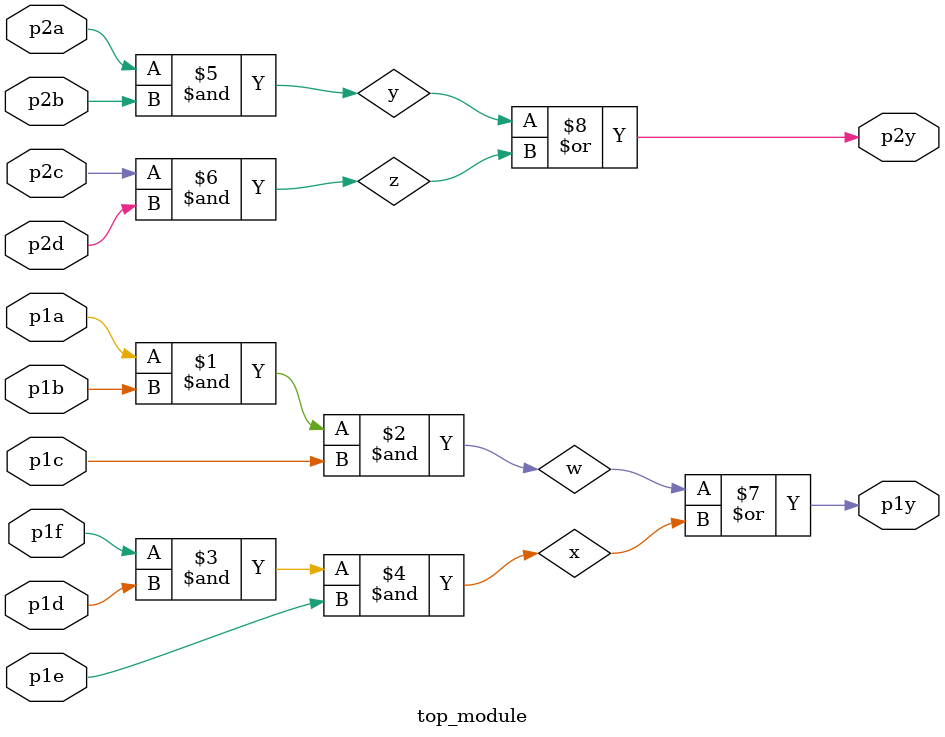
<source format=v>
module top_module (input p1a, p1b, p1c, p1d, p1e, p1f, output p1y, input p2a, p2b, p2c, p2d, output p2y );
    wire w,x,y,z;
    assign w=(p1a & p1b & p1c);
    assign x=(p1f&p1d&p1e);
    assign y=p2a&p2b;
    assign z=p2c&p2d;
	  assign p1y=w|x;
    assign p2y=y|z;
endmodule

</source>
